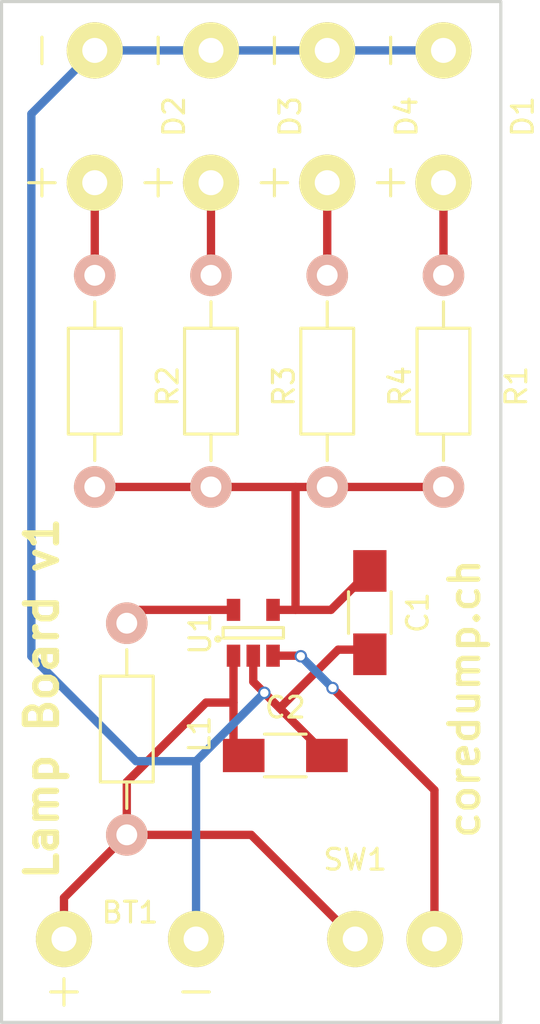
<source format=kicad_pcb>
(kicad_pcb (version 4) (host pcbnew 4.0.2-stable)

  (general
    (links 22)
    (no_connects 0)
    (area 152.345 90.924999 179.229 140.075001)
    (thickness 1.6)
    (drawings 6)
    (tracks 48)
    (zones 0)
    (modules 14)
    (nets 10)
  )

  (page A4)
  (layers
    (0 F.Cu signal)
    (31 B.Cu signal)
    (32 B.Adhes user hide)
    (33 F.Adhes user hide)
    (34 B.Paste user hide)
    (35 F.Paste user hide)
    (36 B.SilkS user hide)
    (37 F.SilkS user)
    (38 B.Mask user hide)
    (39 F.Mask user hide)
    (40 Dwgs.User user hide)
    (41 Cmts.User user hide)
    (42 Eco1.User user hide)
    (43 Eco2.User user hide)
    (44 Edge.Cuts user)
    (45 Margin user hide)
    (46 B.CrtYd user hide)
    (47 F.CrtYd user hide)
    (48 B.Fab user hide)
    (49 F.Fab user hide)
  )

  (setup
    (last_trace_width 0.8)
    (user_trace_width 0.4)
    (trace_clearance 0.4)
    (zone_clearance 0.508)
    (zone_45_only no)
    (trace_min 0.2)
    (segment_width 0.2)
    (edge_width 0.15)
    (via_size 0.6)
    (via_drill 0.4)
    (via_min_size 0.4)
    (via_min_drill 0.3)
    (uvia_size 0.3)
    (uvia_drill 0.1)
    (uvias_allowed no)
    (uvia_min_size 0.2)
    (uvia_min_drill 0.1)
    (pcb_text_width 0.3)
    (pcb_text_size 1.5 1.5)
    (mod_edge_width 0.15)
    (mod_text_size 1 1)
    (mod_text_width 0.15)
    (pad_size 2.7 2.7)
    (pad_drill 1.2)
    (pad_to_mask_clearance 0.2)
    (aux_axis_origin 0 0)
    (visible_elements FFFFFF1D)
    (pcbplotparams
      (layerselection 0x010f0_80000001)
      (usegerberextensions false)
      (excludeedgelayer true)
      (linewidth 0.100000)
      (plotframeref false)
      (viasonmask false)
      (mode 1)
      (useauxorigin false)
      (hpglpennumber 1)
      (hpglpenspeed 20)
      (hpglpendiameter 15)
      (hpglpenoverlay 2)
      (psnegative false)
      (psa4output false)
      (plotreference false)
      (plotvalue false)
      (plotinvisibletext false)
      (padsonsilk false)
      (subtractmaskfromsilk false)
      (outputformat 1)
      (mirror false)
      (drillshape 0)
      (scaleselection 1)
      (outputdirectory v1/))
  )

  (net 0 "")
  (net 1 /2.4V)
  (net 2 GND)
  (net 3 /3.3V)
  (net 4 "Net-(D1-Pad2)")
  (net 5 "Net-(D2-Pad2)")
  (net 6 "Net-(D3-Pad2)")
  (net 7 "Net-(D4-Pad2)")
  (net 8 "Net-(L1-Pad1)")
  (net 9 "Net-(SW1-Pad3)")

  (net_class Default "This is the default net class."
    (clearance 0.4)
    (trace_width 0.8)
    (via_dia 0.6)
    (via_drill 0.4)
    (uvia_dia 0.3)
    (uvia_drill 0.1)
    (add_net /2.4V)
    (add_net /3.3V)
    (add_net GND)
    (add_net "Net-(D1-Pad2)")
    (add_net "Net-(D2-Pad2)")
    (add_net "Net-(D3-Pad2)")
    (add_net "Net-(D4-Pad2)")
    (add_net "Net-(L1-Pad1)")
    (add_net "Net-(SW1-Pad3)")
  )

  (module Capacitors_SMD:C_1206_HandSoldering (layer F.Cu) (tedit 541A9C03) (tstamp 5796763D)
    (at 170.704 120.332 270)
    (descr "Capacitor SMD 1206, hand soldering")
    (tags "capacitor 1206")
    (path /579664E0)
    (attr smd)
    (fp_text reference C1 (at 0 -2.3 270) (layer F.SilkS)
      (effects (font (size 1 1) (thickness 0.15)))
    )
    (fp_text value 2.2μF (at 0 2.3 270) (layer F.Fab)
      (effects (font (size 1 1) (thickness 0.15)))
    )
    (fp_line (start -3.3 -1.15) (end 3.3 -1.15) (layer F.CrtYd) (width 0.05))
    (fp_line (start -3.3 1.15) (end 3.3 1.15) (layer F.CrtYd) (width 0.05))
    (fp_line (start -3.3 -1.15) (end -3.3 1.15) (layer F.CrtYd) (width 0.05))
    (fp_line (start 3.3 -1.15) (end 3.3 1.15) (layer F.CrtYd) (width 0.05))
    (fp_line (start 1 -1.025) (end -1 -1.025) (layer F.SilkS) (width 0.15))
    (fp_line (start -1 1.025) (end 1 1.025) (layer F.SilkS) (width 0.15))
    (pad 1 smd rect (at -2 0 270) (size 2 1.6) (layers F.Cu F.Paste F.Mask)
      (net 3 /3.3V))
    (pad 2 smd rect (at 2 0 270) (size 2 1.6) (layers F.Cu F.Paste F.Mask)
      (net 2 GND))
    (model Capacitors_SMD.3dshapes/C_1206_HandSoldering.wrl
      (at (xyz 0 0 0))
      (scale (xyz 1 1 1))
      (rotate (xyz 0 0 0))
    )
  )

  (module Capacitors_SMD:C_1206_HandSoldering (layer F.Cu) (tedit 541A9C03) (tstamp 57967643)
    (at 166.64 127.19)
    (descr "Capacitor SMD 1206, hand soldering")
    (tags "capacitor 1206")
    (path /579665F9)
    (attr smd)
    (fp_text reference C2 (at 0 -2.3) (layer F.SilkS)
      (effects (font (size 1 1) (thickness 0.15)))
    )
    (fp_text value 2.2μF (at 0 2.3) (layer F.Fab)
      (effects (font (size 1 1) (thickness 0.15)))
    )
    (fp_line (start -3.3 -1.15) (end 3.3 -1.15) (layer F.CrtYd) (width 0.05))
    (fp_line (start -3.3 1.15) (end 3.3 1.15) (layer F.CrtYd) (width 0.05))
    (fp_line (start -3.3 -1.15) (end -3.3 1.15) (layer F.CrtYd) (width 0.05))
    (fp_line (start 3.3 -1.15) (end 3.3 1.15) (layer F.CrtYd) (width 0.05))
    (fp_line (start 1 -1.025) (end -1 -1.025) (layer F.SilkS) (width 0.15))
    (fp_line (start -1 1.025) (end 1 1.025) (layer F.SilkS) (width 0.15))
    (pad 1 smd rect (at -2 0) (size 2 1.6) (layers F.Cu F.Paste F.Mask)
      (net 1 /2.4V))
    (pad 2 smd rect (at 2 0) (size 2 1.6) (layers F.Cu F.Paste F.Mask)
      (net 2 GND))
    (model Capacitors_SMD.3dshapes/C_1206_HandSoldering.wrl
      (at (xyz 0 0 0))
      (scale (xyz 1 1 1))
      (rotate (xyz 0 0 0))
    )
  )

  (module Resistors_ThroughHole:Resistor_Horizontal_RM10mm (layer F.Cu) (tedit 56648415) (tstamp 57967661)
    (at 159.02 120.84 270)
    (descr "Resistor, Axial,  RM 10mm, 1/3W")
    (tags "Resistor Axial RM 10mm 1/3W")
    (path /579663A7)
    (fp_text reference L1 (at 5.32892 -3.50012 270) (layer F.SilkS)
      (effects (font (size 1 1) (thickness 0.15)))
    )
    (fp_text value 10μH (at 5.08 3.81 270) (layer F.Fab)
      (effects (font (size 1 1) (thickness 0.15)))
    )
    (fp_line (start -1.25 -1.5) (end 11.4 -1.5) (layer F.CrtYd) (width 0.05))
    (fp_line (start -1.25 1.5) (end -1.25 -1.5) (layer F.CrtYd) (width 0.05))
    (fp_line (start 11.4 -1.5) (end 11.4 1.5) (layer F.CrtYd) (width 0.05))
    (fp_line (start -1.25 1.5) (end 11.4 1.5) (layer F.CrtYd) (width 0.05))
    (fp_line (start 2.54 -1.27) (end 7.62 -1.27) (layer F.SilkS) (width 0.15))
    (fp_line (start 7.62 -1.27) (end 7.62 1.27) (layer F.SilkS) (width 0.15))
    (fp_line (start 7.62 1.27) (end 2.54 1.27) (layer F.SilkS) (width 0.15))
    (fp_line (start 2.54 1.27) (end 2.54 -1.27) (layer F.SilkS) (width 0.15))
    (fp_line (start 2.54 0) (end 1.27 0) (layer F.SilkS) (width 0.15))
    (fp_line (start 7.62 0) (end 8.89 0) (layer F.SilkS) (width 0.15))
    (pad 1 thru_hole circle (at 0 0 270) (size 1.99898 1.99898) (drill 1.00076) (layers *.Cu *.SilkS *.Mask)
      (net 8 "Net-(L1-Pad1)"))
    (pad 2 thru_hole circle (at 10.16 0 270) (size 1.99898 1.99898) (drill 1.00076) (layers *.Cu *.SilkS *.Mask)
      (net 1 /2.4V))
    (model Resistors_ThroughHole.3dshapes/Resistor_Horizontal_RM10mm.wrl
      (at (xyz 0.2 0 0))
      (scale (xyz 0.4 0.4 0.4))
      (rotate (xyz 0 0 0))
    )
  )

  (module Resistors_ThroughHole:Resistor_Horizontal_RM10mm (layer F.Cu) (tedit 56648415) (tstamp 57967667)
    (at 174.244 104.14 270)
    (descr "Resistor, Axial,  RM 10mm, 1/3W")
    (tags "Resistor Axial RM 10mm 1/3W")
    (path /57966E4A)
    (fp_text reference R1 (at 5.32892 -3.50012 270) (layer F.SilkS)
      (effects (font (size 1 1) (thickness 0.15)))
    )
    (fp_text value 2.2Ω (at 5.08 3.81 270) (layer F.Fab)
      (effects (font (size 1 1) (thickness 0.15)))
    )
    (fp_line (start -1.25 -1.5) (end 11.4 -1.5) (layer F.CrtYd) (width 0.05))
    (fp_line (start -1.25 1.5) (end -1.25 -1.5) (layer F.CrtYd) (width 0.05))
    (fp_line (start 11.4 -1.5) (end 11.4 1.5) (layer F.CrtYd) (width 0.05))
    (fp_line (start -1.25 1.5) (end 11.4 1.5) (layer F.CrtYd) (width 0.05))
    (fp_line (start 2.54 -1.27) (end 7.62 -1.27) (layer F.SilkS) (width 0.15))
    (fp_line (start 7.62 -1.27) (end 7.62 1.27) (layer F.SilkS) (width 0.15))
    (fp_line (start 7.62 1.27) (end 2.54 1.27) (layer F.SilkS) (width 0.15))
    (fp_line (start 2.54 1.27) (end 2.54 -1.27) (layer F.SilkS) (width 0.15))
    (fp_line (start 2.54 0) (end 1.27 0) (layer F.SilkS) (width 0.15))
    (fp_line (start 7.62 0) (end 8.89 0) (layer F.SilkS) (width 0.15))
    (pad 1 thru_hole circle (at 0 0 270) (size 1.99898 1.99898) (drill 1.00076) (layers *.Cu *.SilkS *.Mask)
      (net 4 "Net-(D1-Pad2)"))
    (pad 2 thru_hole circle (at 10.16 0 270) (size 1.99898 1.99898) (drill 1.00076) (layers *.Cu *.SilkS *.Mask)
      (net 3 /3.3V))
    (model Resistors_ThroughHole.3dshapes/Resistor_Horizontal_RM10mm.wrl
      (at (xyz 0.2 0 0))
      (scale (xyz 0.4 0.4 0.4))
      (rotate (xyz 0 0 0))
    )
  )

  (module Resistors_ThroughHole:Resistor_Horizontal_RM10mm (layer F.Cu) (tedit 56648415) (tstamp 5796766D)
    (at 157.48 104.14 270)
    (descr "Resistor, Axial,  RM 10mm, 1/3W")
    (tags "Resistor Axial RM 10mm 1/3W")
    (path /57966EC1)
    (fp_text reference R2 (at 5.32892 -3.50012 270) (layer F.SilkS)
      (effects (font (size 1 1) (thickness 0.15)))
    )
    (fp_text value 2.2Ω (at 5.08 3.81 270) (layer F.Fab)
      (effects (font (size 1 1) (thickness 0.15)))
    )
    (fp_line (start -1.25 -1.5) (end 11.4 -1.5) (layer F.CrtYd) (width 0.05))
    (fp_line (start -1.25 1.5) (end -1.25 -1.5) (layer F.CrtYd) (width 0.05))
    (fp_line (start 11.4 -1.5) (end 11.4 1.5) (layer F.CrtYd) (width 0.05))
    (fp_line (start -1.25 1.5) (end 11.4 1.5) (layer F.CrtYd) (width 0.05))
    (fp_line (start 2.54 -1.27) (end 7.62 -1.27) (layer F.SilkS) (width 0.15))
    (fp_line (start 7.62 -1.27) (end 7.62 1.27) (layer F.SilkS) (width 0.15))
    (fp_line (start 7.62 1.27) (end 2.54 1.27) (layer F.SilkS) (width 0.15))
    (fp_line (start 2.54 1.27) (end 2.54 -1.27) (layer F.SilkS) (width 0.15))
    (fp_line (start 2.54 0) (end 1.27 0) (layer F.SilkS) (width 0.15))
    (fp_line (start 7.62 0) (end 8.89 0) (layer F.SilkS) (width 0.15))
    (pad 1 thru_hole circle (at 0 0 270) (size 1.99898 1.99898) (drill 1.00076) (layers *.Cu *.SilkS *.Mask)
      (net 5 "Net-(D2-Pad2)"))
    (pad 2 thru_hole circle (at 10.16 0 270) (size 1.99898 1.99898) (drill 1.00076) (layers *.Cu *.SilkS *.Mask)
      (net 3 /3.3V))
    (model Resistors_ThroughHole.3dshapes/Resistor_Horizontal_RM10mm.wrl
      (at (xyz 0.2 0 0))
      (scale (xyz 0.4 0.4 0.4))
      (rotate (xyz 0 0 0))
    )
  )

  (module Resistors_ThroughHole:Resistor_Horizontal_RM10mm (layer F.Cu) (tedit 56648415) (tstamp 57967673)
    (at 163.068 104.14 270)
    (descr "Resistor, Axial,  RM 10mm, 1/3W")
    (tags "Resistor Axial RM 10mm 1/3W")
    (path /57966F11)
    (fp_text reference R3 (at 5.32892 -3.50012 270) (layer F.SilkS)
      (effects (font (size 1 1) (thickness 0.15)))
    )
    (fp_text value 2.2Ω (at 5.08 3.81 270) (layer F.Fab)
      (effects (font (size 1 1) (thickness 0.15)))
    )
    (fp_line (start -1.25 -1.5) (end 11.4 -1.5) (layer F.CrtYd) (width 0.05))
    (fp_line (start -1.25 1.5) (end -1.25 -1.5) (layer F.CrtYd) (width 0.05))
    (fp_line (start 11.4 -1.5) (end 11.4 1.5) (layer F.CrtYd) (width 0.05))
    (fp_line (start -1.25 1.5) (end 11.4 1.5) (layer F.CrtYd) (width 0.05))
    (fp_line (start 2.54 -1.27) (end 7.62 -1.27) (layer F.SilkS) (width 0.15))
    (fp_line (start 7.62 -1.27) (end 7.62 1.27) (layer F.SilkS) (width 0.15))
    (fp_line (start 7.62 1.27) (end 2.54 1.27) (layer F.SilkS) (width 0.15))
    (fp_line (start 2.54 1.27) (end 2.54 -1.27) (layer F.SilkS) (width 0.15))
    (fp_line (start 2.54 0) (end 1.27 0) (layer F.SilkS) (width 0.15))
    (fp_line (start 7.62 0) (end 8.89 0) (layer F.SilkS) (width 0.15))
    (pad 1 thru_hole circle (at 0 0 270) (size 1.99898 1.99898) (drill 1.00076) (layers *.Cu *.SilkS *.Mask)
      (net 6 "Net-(D3-Pad2)"))
    (pad 2 thru_hole circle (at 10.16 0 270) (size 1.99898 1.99898) (drill 1.00076) (layers *.Cu *.SilkS *.Mask)
      (net 3 /3.3V))
    (model Resistors_ThroughHole.3dshapes/Resistor_Horizontal_RM10mm.wrl
      (at (xyz 0.2 0 0))
      (scale (xyz 0.4 0.4 0.4))
      (rotate (xyz 0 0 0))
    )
  )

  (module Resistors_ThroughHole:Resistor_Horizontal_RM10mm (layer F.Cu) (tedit 56648415) (tstamp 57967679)
    (at 168.656 104.14 270)
    (descr "Resistor, Axial,  RM 10mm, 1/3W")
    (tags "Resistor Axial RM 10mm 1/3W")
    (path /57966F6E)
    (fp_text reference R4 (at 5.32892 -3.50012 270) (layer F.SilkS)
      (effects (font (size 1 1) (thickness 0.15)))
    )
    (fp_text value 2.2Ω (at 5.08 3.81 270) (layer F.Fab)
      (effects (font (size 1 1) (thickness 0.15)))
    )
    (fp_line (start -1.25 -1.5) (end 11.4 -1.5) (layer F.CrtYd) (width 0.05))
    (fp_line (start -1.25 1.5) (end -1.25 -1.5) (layer F.CrtYd) (width 0.05))
    (fp_line (start 11.4 -1.5) (end 11.4 1.5) (layer F.CrtYd) (width 0.05))
    (fp_line (start -1.25 1.5) (end 11.4 1.5) (layer F.CrtYd) (width 0.05))
    (fp_line (start 2.54 -1.27) (end 7.62 -1.27) (layer F.SilkS) (width 0.15))
    (fp_line (start 7.62 -1.27) (end 7.62 1.27) (layer F.SilkS) (width 0.15))
    (fp_line (start 7.62 1.27) (end 2.54 1.27) (layer F.SilkS) (width 0.15))
    (fp_line (start 2.54 1.27) (end 2.54 -1.27) (layer F.SilkS) (width 0.15))
    (fp_line (start 2.54 0) (end 1.27 0) (layer F.SilkS) (width 0.15))
    (fp_line (start 7.62 0) (end 8.89 0) (layer F.SilkS) (width 0.15))
    (pad 1 thru_hole circle (at 0 0 270) (size 1.99898 1.99898) (drill 1.00076) (layers *.Cu *.SilkS *.Mask)
      (net 7 "Net-(D4-Pad2)"))
    (pad 2 thru_hole circle (at 10.16 0 270) (size 1.99898 1.99898) (drill 1.00076) (layers *.Cu *.SilkS *.Mask)
      (net 3 /3.3V))
    (model Resistors_ThroughHole.3dshapes/Resistor_Horizontal_RM10mm.wrl
      (at (xyz 0.2 0 0))
      (scale (xyz 0.4 0.4 0.4))
      (rotate (xyz 0 0 0))
    )
  )

  (module TO_SOT_Packages_SMD:SOT-23-5 (layer F.Cu) (tedit 55360473) (tstamp 57967689)
    (at 165.1 121.3 90)
    (descr "5-pin SOT23 package")
    (tags SOT-23-5)
    (path /57966327)
    (attr smd)
    (fp_text reference U1 (at -0.05 -2.55 90) (layer F.SilkS)
      (effects (font (size 1 1) (thickness 0.15)))
    )
    (fp_text value MAX1724 (at -0.05 2.35 90) (layer F.Fab)
      (effects (font (size 1 1) (thickness 0.15)))
    )
    (fp_line (start -1.8 -1.6) (end 1.8 -1.6) (layer F.CrtYd) (width 0.05))
    (fp_line (start 1.8 -1.6) (end 1.8 1.6) (layer F.CrtYd) (width 0.05))
    (fp_line (start 1.8 1.6) (end -1.8 1.6) (layer F.CrtYd) (width 0.05))
    (fp_line (start -1.8 1.6) (end -1.8 -1.6) (layer F.CrtYd) (width 0.05))
    (fp_circle (center -0.3 -1.7) (end -0.2 -1.7) (layer F.SilkS) (width 0.15))
    (fp_line (start 0.25 -1.45) (end -0.25 -1.45) (layer F.SilkS) (width 0.15))
    (fp_line (start 0.25 1.45) (end 0.25 -1.45) (layer F.SilkS) (width 0.15))
    (fp_line (start -0.25 1.45) (end 0.25 1.45) (layer F.SilkS) (width 0.15))
    (fp_line (start -0.25 -1.45) (end -0.25 1.45) (layer F.SilkS) (width 0.15))
    (pad 1 smd rect (at -1.1 -0.95 90) (size 1.06 0.65) (layers F.Cu F.Paste F.Mask)
      (net 1 /2.4V))
    (pad 2 smd rect (at -1.1 0 90) (size 1.06 0.65) (layers F.Cu F.Paste F.Mask)
      (net 2 GND))
    (pad 3 smd rect (at -1.1 0.95 90) (size 1.06 0.65) (layers F.Cu F.Paste F.Mask)
      (net 9 "Net-(SW1-Pad3)"))
    (pad 4 smd rect (at 1.1 0.95 90) (size 1.06 0.65) (layers F.Cu F.Paste F.Mask)
      (net 3 /3.3V))
    (pad 5 smd rect (at 1.1 -0.95 90) (size 1.06 0.65) (layers F.Cu F.Paste F.Mask)
      (net 8 "Net-(L1-Pad1)"))
    (model TO_SOT_Packages_SMD.3dshapes/SOT-23-5.wrl
      (at (xyz 0 0 0))
      (scale (xyz 1 1 1))
      (rotate (xyz 0 0 0))
    )
  )

  (module switch:Switch-Pins-2-3 (layer F.Cu) (tedit 57967F0D) (tstamp 57967680)
    (at 170 136)
    (path /57966A4A)
    (fp_text reference SW1 (at 0 -3.81) (layer F.SilkS)
      (effects (font (size 1 1) (thickness 0.15)))
    )
    (fp_text value Switch (at 5.08 -3.81) (layer F.Fab)
      (effects (font (size 1 1) (thickness 0.15)))
    )
    (pad 2 thru_hole circle (at 0 0) (size 2.7 2.7) (drill 1.2) (layers *.Cu *.Mask F.SilkS)
      (net 1 /2.4V))
    (pad 3 thru_hole circle (at 3.81 0) (size 2.7 2.7) (drill 1.2) (layers *.Cu *.Mask F.SilkS)
      (net 9 "Net-(SW1-Pad3)"))
  )

  (module switch:LED-Pads (layer F.Cu) (tedit 57968CD5) (tstamp 5796765B)
    (at 168.656 96.52 270)
    (path /57966D70)
    (fp_text reference D4 (at 0 -3.81 270) (layer F.SilkS)
      (effects (font (size 1 1) (thickness 0.15)))
    )
    (fp_text value LED (at 0 3.81 270) (layer F.Fab)
      (effects (font (size 1 1) (thickness 0.15)))
    )
    (fp_line (start 3.175 1.905) (end 3.175 3.175) (layer F.SilkS) (width 0.15))
    (fp_line (start 2.54 2.54) (end 3.81 2.54) (layer F.SilkS) (width 0.15))
    (fp_line (start -3.81 2.54) (end -2.54 2.54) (layer F.SilkS) (width 0.15))
    (pad 1 thru_hole circle (at -3.175 0 270) (size 2.7 2.7) (drill 1.2) (layers *.Cu *.Mask F.SilkS)
      (net 2 GND))
    (pad 2 thru_hole circle (at 3.175 0 270) (size 2.7 2.7) (drill 1.2) (layers *.Cu *.Mask F.SilkS)
      (net 7 "Net-(D4-Pad2)"))
  )

  (module switch:LED-Pads (layer F.Cu) (tedit 57968CD5) (tstamp 57967655)
    (at 163.068 96.52 270)
    (path /57966D3B)
    (fp_text reference D3 (at 0 -3.81 270) (layer F.SilkS)
      (effects (font (size 1 1) (thickness 0.15)))
    )
    (fp_text value LED (at 0 3.81 270) (layer F.Fab)
      (effects (font (size 1 1) (thickness 0.15)))
    )
    (fp_line (start 3.175 1.905) (end 3.175 3.175) (layer F.SilkS) (width 0.15))
    (fp_line (start 2.54 2.54) (end 3.81 2.54) (layer F.SilkS) (width 0.15))
    (fp_line (start -3.81 2.54) (end -2.54 2.54) (layer F.SilkS) (width 0.15))
    (pad 1 thru_hole circle (at -3.175 0 270) (size 2.7 2.7) (drill 1.2) (layers *.Cu *.Mask F.SilkS)
      (net 2 GND))
    (pad 2 thru_hole circle (at 3.175 0 270) (size 2.7 2.7) (drill 1.2) (layers *.Cu *.Mask F.SilkS)
      (net 6 "Net-(D3-Pad2)"))
  )

  (module switch:LED-Pads (layer F.Cu) (tedit 57968CD5) (tstamp 5796764F)
    (at 157.48 96.52 270)
    (path /57966C71)
    (fp_text reference D2 (at 0 -3.81 270) (layer F.SilkS)
      (effects (font (size 1 1) (thickness 0.15)))
    )
    (fp_text value LED (at 0 3.81 270) (layer F.Fab)
      (effects (font (size 1 1) (thickness 0.15)))
    )
    (fp_line (start 3.175 1.905) (end 3.175 3.175) (layer F.SilkS) (width 0.15))
    (fp_line (start 2.54 2.54) (end 3.81 2.54) (layer F.SilkS) (width 0.15))
    (fp_line (start -3.81 2.54) (end -2.54 2.54) (layer F.SilkS) (width 0.15))
    (pad 1 thru_hole circle (at -3.175 0 270) (size 2.7 2.7) (drill 1.2) (layers *.Cu *.Mask F.SilkS)
      (net 2 GND))
    (pad 2 thru_hole circle (at 3.175 0 270) (size 2.7 2.7) (drill 1.2) (layers *.Cu *.Mask F.SilkS)
      (net 5 "Net-(D2-Pad2)"))
  )

  (module switch:LED-Pads (layer F.Cu) (tedit 57968CD5) (tstamp 57967649)
    (at 174.244 96.52 270)
    (path /57966C29)
    (fp_text reference D1 (at 0 -3.81 270) (layer F.SilkS)
      (effects (font (size 1 1) (thickness 0.15)))
    )
    (fp_text value LED (at 0 3.81 270) (layer F.Fab)
      (effects (font (size 1 1) (thickness 0.15)))
    )
    (fp_line (start 3.175 1.905) (end 3.175 3.175) (layer F.SilkS) (width 0.15))
    (fp_line (start 2.54 2.54) (end 3.81 2.54) (layer F.SilkS) (width 0.15))
    (fp_line (start -3.81 2.54) (end -2.54 2.54) (layer F.SilkS) (width 0.15))
    (pad 1 thru_hole circle (at -3.175 0 270) (size 2.7 2.7) (drill 1.2) (layers *.Cu *.Mask F.SilkS)
      (net 2 GND))
    (pad 2 thru_hole circle (at 3.175 0 270) (size 2.7 2.7) (drill 1.2) (layers *.Cu *.Mask F.SilkS)
      (net 4 "Net-(D1-Pad2)"))
  )

  (module switch:Battery (layer F.Cu) (tedit 5796902E) (tstamp 57967637)
    (at 156 136)
    (descr "WireConnection with 1.2mm drill")
    (path /5796690C)
    (fp_text reference BT1 (at 3.175 -1.27) (layer F.SilkS)
      (effects (font (size 1 1) (thickness 0.15)))
    )
    (fp_text value Bat (at 3.175 0.635) (layer F.Fab)
      (effects (font (size 1 1) (thickness 0.15)))
    )
    (fp_line (start 5.715 2.54) (end 6.985 2.54) (layer F.SilkS) (width 0.15))
    (fp_line (start -0.635 2.54) (end 0.635 2.54) (layer F.SilkS) (width 0.15))
    (fp_line (start 0 1.905) (end 0 3.175) (layer F.SilkS) (width 0.15))
    (pad 1 thru_hole circle (at 0 0) (size 2.7 2.7) (drill 1.2) (layers *.Cu *.Mask F.SilkS)
      (net 1 /2.4V))
    (pad 2 thru_hole circle (at 6.35 0) (size 2.7 2.7) (drill 1.2) (layers *.Cu *.Mask F.SilkS)
      (net 2 GND))
  )

  (gr_text coredump.ch (at 175.26 124.46 90) (layer F.SilkS)
    (effects (font (size 1.4 1.4) (thickness 0.25)))
  )
  (gr_text "Lamp Board v1" (at 154.94 124.46 90) (layer F.SilkS)
    (effects (font (size 1.5 1.5) (thickness 0.3)))
  )
  (gr_line (start 177 140) (end 177 91) (angle 90) (layer Edge.Cuts) (width 0.15))
  (gr_line (start 153 91) (end 153 140) (angle 90) (layer Edge.Cuts) (width 0.15))
  (gr_line (start 177 91) (end 153 91) (angle 90) (layer Edge.Cuts) (width 0.15))
  (gr_line (start 177 140) (end 153 140) (angle 90) (layer Edge.Cuts) (width 0.15))

  (segment (start 159.02 131) (end 165 131) (width 0.4) (layer F.Cu) (net 1))
  (segment (start 165 131) (end 170 136) (width 0.4) (layer F.Cu) (net 1) (tstamp 57968AF5))
  (segment (start 156 136) (end 156 134.02) (width 0.4) (layer F.Cu) (net 1))
  (segment (start 156 134.02) (end 159.02 131) (width 0.4) (layer F.Cu) (net 1) (tstamp 57968ABC))
  (segment (start 164.15 124.65) (end 162.83 124.65) (width 0.4) (layer F.Cu) (net 1))
  (segment (start 159.02 128.46) (end 159.02 131) (width 0.4) (layer F.Cu) (net 1) (tstamp 579684E4) (status 20))
  (segment (start 162.83 124.65) (end 159.02 128.46) (width 0.4) (layer F.Cu) (net 1) (tstamp 579684E3))
  (segment (start 164.15 122.4) (end 164.15 124.65) (width 0.4) (layer F.Cu) (net 1))
  (segment (start 164.15 124.65) (end 164.15 124.65) (width 0.4) (layer F.Cu) (net 1) (tstamp 579684E1))
  (segment (start 164.15 124.65) (end 164.15 126.7) (width 0.4) (layer F.Cu) (net 1) (tstamp 57968493))
  (segment (start 164.15 126.7) (end 164.64 127.19) (width 0.4) (layer F.Cu) (net 1) (tstamp 5796846E))
  (segment (start 162.35 127.464) (end 159.468 127.464) (width 0.4) (layer B.Cu) (net 2))
  (segment (start 154.432 96.393) (end 157.48 93.345) (width 0.4) (layer B.Cu) (net 2) (tstamp 57968B55))
  (segment (start 154.432 122.428) (end 154.432 96.393) (width 0.4) (layer B.Cu) (net 2) (tstamp 57968B4F))
  (segment (start 159.468 127.464) (end 154.432 122.428) (width 0.4) (layer B.Cu) (net 2) (tstamp 57968B41))
  (via (at 165.632 124.182) (size 0.6) (drill 0.4) (layers F.Cu B.Cu) (net 2))
  (segment (start 162.35 136) (end 162.35 127.464) (width 0.4) (layer B.Cu) (net 2) (tstamp 57968ACB))
  (segment (start 162.35 127.464) (end 165.632 124.182) (width 0.4) (layer B.Cu) (net 2) (tstamp 57968ACA))
  (segment (start 157.48 93.345) (end 163.068 93.345) (width 0.4) (layer B.Cu) (net 2))
  (segment (start 163.068 93.345) (end 168.656 93.345) (width 0.4) (layer B.Cu) (net 2) (tstamp 57968AAB))
  (segment (start 168.656 93.345) (end 174.244 93.345) (width 0.4) (layer B.Cu) (net 2) (tstamp 57968AAC))
  (segment (start 166.37 124.92) (end 169.18 122.11) (width 0.4) (layer F.Cu) (net 2))
  (segment (start 169.18 122.11) (end 170.482 122.11) (width 0.4) (layer F.Cu) (net 2) (tstamp 579684D3) (status 20))
  (segment (start 165.1 122.4) (end 165.1 123.65) (width 0.4) (layer F.Cu) (net 2))
  (segment (start 165.1 123.65) (end 165.632 124.182) (width 0.4) (layer F.Cu) (net 2) (tstamp 57968471))
  (segment (start 165.632 124.182) (end 166.37 124.92) (width 0.4) (layer F.Cu) (net 2) (tstamp 57968AC7))
  (segment (start 166.37 124.92) (end 168.64 127.19) (width 0.4) (layer F.Cu) (net 2) (tstamp 579684D1))
  (segment (start 167.132 120.2) (end 167.132 114.3) (width 0.4) (layer F.Cu) (net 3))
  (segment (start 157.48 114.3) (end 163.068 114.3) (width 0.4) (layer F.Cu) (net 3))
  (segment (start 163.068 114.3) (end 167.132 114.3) (width 0.4) (layer F.Cu) (net 3) (tstamp 57968B9C))
  (segment (start 167.132 114.3) (end 168.656 114.3) (width 0.4) (layer F.Cu) (net 3) (tstamp 57968BAA))
  (segment (start 168.656 114.3) (end 174.244 114.3) (width 0.4) (layer F.Cu) (net 3) (tstamp 57968B9D))
  (segment (start 166.05 120.2) (end 167.132 120.2) (width 0.4) (layer F.Cu) (net 3))
  (segment (start 167.132 120.2) (end 168.836 120.2) (width 0.4) (layer F.Cu) (net 3) (tstamp 57968BA6))
  (segment (start 168.836 120.2) (end 170.704 118.332) (width 0.4) (layer F.Cu) (net 3) (tstamp 5796835A) (status 20))
  (segment (start 174.244 99.695) (end 174.244 104.14) (width 0.4) (layer F.Cu) (net 4))
  (segment (start 157.48 99.695) (end 157.48 104.14) (width 0.4) (layer F.Cu) (net 5))
  (segment (start 163.068 99.695) (end 163.068 104.14) (width 0.4) (layer F.Cu) (net 6))
  (segment (start 168.656 99.695) (end 168.656 104.14) (width 0.4) (layer F.Cu) (net 7))
  (segment (start 164.15 120.2) (end 159.66 120.2) (width 0.4) (layer F.Cu) (net 8) (status 20))
  (segment (start 159.66 120.2) (end 159.02 120.84) (width 0.4) (layer F.Cu) (net 8) (tstamp 57968260) (status 30))
  (segment (start 166.05 122.4) (end 167.358 122.4) (width 0.4) (layer F.Cu) (net 9))
  (segment (start 173.81 128.852) (end 173.81 136) (width 0.4) (layer F.Cu) (net 9) (tstamp 57968AE3))
  (segment (start 168.91 123.952) (end 173.81 128.852) (width 0.4) (layer F.Cu) (net 9) (tstamp 57968AE2))
  (via (at 168.91 123.952) (size 0.6) (drill 0.4) (layers F.Cu B.Cu) (net 9))
  (segment (start 167.386 122.428) (end 168.91 123.952) (width 0.4) (layer B.Cu) (net 9) (tstamp 57968ADD))
  (via (at 167.386 122.428) (size 0.6) (drill 0.4) (layers F.Cu B.Cu) (net 9))
  (segment (start 167.358 122.4) (end 167.386 122.428) (width 0.4) (layer F.Cu) (net 9) (tstamp 57968AD9))

)

</source>
